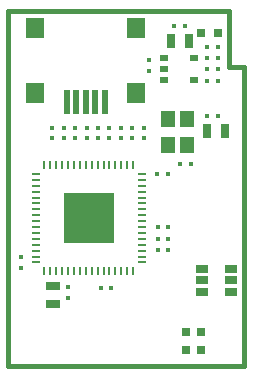
<source format=gtp>
G04 (created by PCBNEW-RS274X (2010-05-05 BZR 2356)-stable) date 2010年09月03日 星期五 23时32分26秒*
G01*
G70*
G90*
%MOIN*%
G04 Gerber Fmt 3.4, Leading zero omitted, Abs format*
%FSLAX34Y34*%
G04 APERTURE LIST*
%ADD10C,0.006000*%
%ADD11C,0.015000*%
%ADD12R,0.031400X0.031400*%
%ADD13R,0.009800X0.031500*%
%ADD14R,0.031500X0.009800*%
%ADD15R,0.171300X0.171300*%
%ADD16R,0.018100X0.018100*%
%ADD17R,0.025000X0.045000*%
%ADD18R,0.045000X0.025000*%
%ADD19R,0.030000X0.020000*%
%ADD20R,0.039400X0.027600*%
%ADD21R,0.019700X0.078700*%
%ADD22R,0.063000X0.070900*%
%ADD23R,0.045300X0.055100*%
G04 APERTURE END LIST*
G54D10*
G54D11*
X47244Y-41220D02*
X47244Y-41220D01*
X46732Y-41221D02*
X47244Y-41221D01*
X46732Y-39370D02*
X46732Y-41220D01*
X39370Y-51181D02*
X39370Y-39370D01*
X47244Y-51181D02*
X39370Y-51181D01*
X47244Y-41220D02*
X47244Y-51181D01*
X39370Y-39370D02*
X46732Y-39370D01*
G54D12*
X46375Y-40080D03*
X45785Y-40080D03*
X45800Y-50645D03*
X45800Y-50055D03*
X45300Y-50645D03*
X45300Y-50055D03*
G54D13*
X43530Y-44490D03*
X43333Y-44490D03*
X43136Y-44490D03*
X42939Y-44490D03*
X42743Y-44490D03*
X42546Y-44490D03*
X42349Y-44490D03*
X42152Y-44490D03*
X41955Y-44490D03*
X41758Y-44490D03*
X41561Y-44490D03*
X41365Y-44490D03*
X41168Y-44490D03*
X40971Y-44490D03*
X40774Y-44490D03*
X40577Y-44490D03*
G54D14*
X40282Y-44785D03*
X40282Y-44982D03*
X40282Y-45179D03*
X40282Y-45376D03*
X40282Y-45573D03*
X40282Y-45770D03*
X40282Y-45966D03*
X40282Y-46163D03*
X40282Y-46360D03*
X40282Y-46557D03*
X40282Y-46754D03*
X40282Y-46951D03*
X40282Y-47147D03*
X40282Y-47344D03*
X40282Y-47541D03*
X40282Y-47738D03*
G54D13*
X40577Y-48033D03*
X40774Y-48033D03*
X40971Y-48033D03*
X41168Y-48033D03*
X41365Y-48033D03*
X41561Y-48033D03*
X41758Y-48033D03*
X41955Y-48033D03*
X42152Y-48033D03*
X42349Y-48033D03*
X42546Y-48033D03*
X42743Y-48033D03*
X42939Y-48033D03*
X43136Y-48033D03*
X43333Y-48033D03*
X43530Y-48033D03*
G54D14*
X43825Y-47738D03*
X43825Y-47541D03*
X43825Y-47344D03*
X43825Y-47147D03*
X43825Y-46951D03*
X43825Y-46754D03*
X43825Y-46557D03*
X43825Y-46360D03*
X43825Y-46163D03*
X43825Y-45966D03*
X43825Y-45770D03*
X43825Y-45573D03*
X43825Y-45376D03*
X43825Y-45179D03*
X43825Y-44982D03*
X43825Y-44785D03*
G54D15*
X42054Y-46262D03*
G54D16*
X41980Y-43600D03*
X41980Y-43250D03*
X42360Y-43600D03*
X42360Y-43250D03*
X45110Y-44440D03*
X45460Y-44440D03*
X43880Y-43600D03*
X43880Y-43250D03*
X42740Y-43250D03*
X42740Y-43600D03*
X41600Y-43250D03*
X41600Y-43600D03*
X44050Y-41350D03*
X44050Y-41000D03*
X44710Y-46950D03*
X44360Y-46950D03*
X44710Y-46570D03*
X44360Y-46570D03*
X46010Y-41300D03*
X46360Y-41300D03*
X46010Y-40920D03*
X46360Y-40920D03*
X44900Y-39840D03*
X45250Y-39840D03*
X42450Y-48580D03*
X42800Y-48580D03*
X44360Y-47330D03*
X44710Y-47330D03*
X39780Y-47560D03*
X39780Y-47910D03*
X41360Y-48570D03*
X41360Y-48920D03*
X44340Y-44790D03*
X44690Y-44790D03*
X43500Y-43250D03*
X43500Y-43600D03*
X41220Y-43250D03*
X41220Y-43600D03*
X46360Y-40540D03*
X46010Y-40540D03*
X46010Y-42850D03*
X46360Y-42850D03*
X46010Y-41680D03*
X46360Y-41680D03*
G54D17*
X44780Y-40340D03*
X45380Y-40340D03*
X45980Y-43350D03*
X46580Y-43350D03*
G54D18*
X40870Y-48530D03*
X40870Y-49130D03*
G54D19*
X44550Y-40915D03*
X44550Y-41665D03*
X45550Y-40915D03*
X44550Y-41290D03*
X45550Y-41665D03*
G54D20*
X45840Y-47960D03*
X45840Y-48335D03*
X45840Y-48708D03*
X46784Y-48710D03*
X46784Y-48332D03*
X46784Y-47960D03*
G54D21*
X41320Y-42393D03*
X41635Y-42393D03*
X41950Y-42393D03*
X42265Y-42393D03*
X42580Y-42393D03*
G54D22*
X40257Y-42078D03*
X43643Y-42078D03*
X40257Y-39933D03*
X43643Y-39933D03*
G54D16*
X40840Y-43600D03*
X40840Y-43250D03*
X43120Y-43600D03*
X43120Y-43250D03*
G54D23*
X44690Y-42970D03*
X44690Y-43836D03*
X45320Y-43836D03*
X45320Y-42970D03*
M02*

</source>
